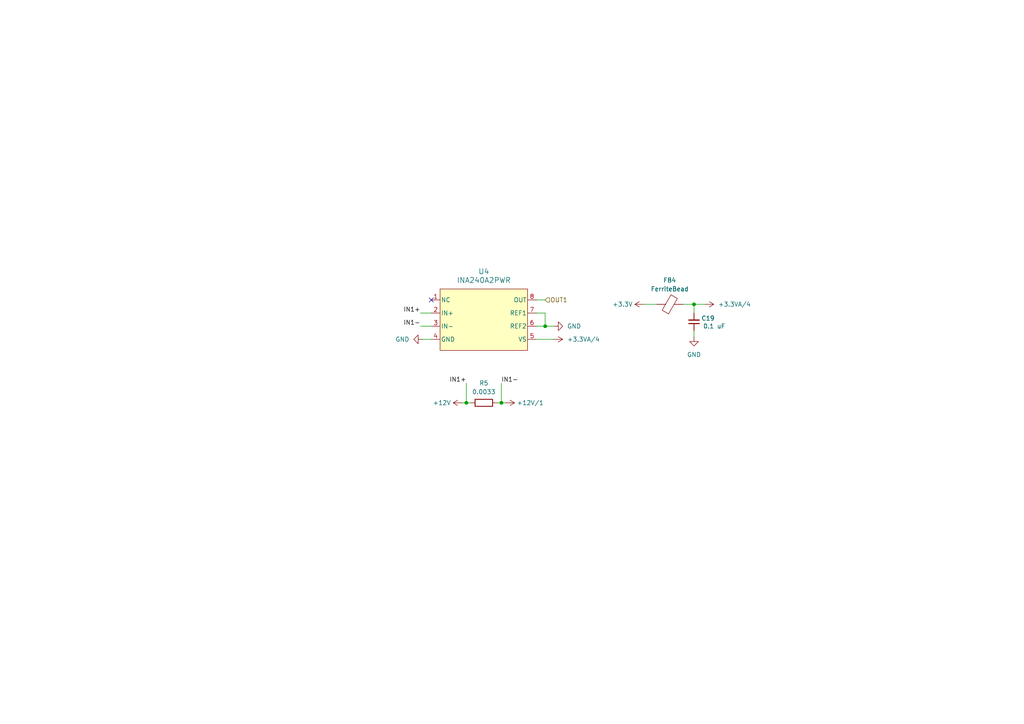
<source format=kicad_sch>
(kicad_sch (version 20231120) (generator "eeschema") (generator_version "8.0")
  (paper "A4")
  (lib_symbols
    (symbol "Device:C_Small" (pin_numbers hide) (pin_names (offset 0.254) hide)
      (property "Reference" "C" (at 0.254 1.778 0))
      (property "Value" "C_Small" (at 0.254 -2.032 0))
      (symbol "C_Small_0_1"
        (polyline (pts (xy -1.524 -0.508) (xy 1.524 -0.508)) (stroke (width 0.3302)))
        (polyline (pts (xy -1.524 0.508) (xy 1.524 0.508)) (stroke (width 0.3048)))
      )
      (symbol "C_Small_1_1"
        (pin passive line (at 0 2.54 270) (length 2.032) (name "~") (number "1"))
        (pin passive line (at 0 -2.54 90) (length 2.032) (name "~") (number "2"))
      )
    )
    (symbol "Device:FerriteBead" (pin_numbers hide) (pin_names (offset 0))
      (property "Reference" "FB" (at -3.81 0.635 90))
      (property "Value" "FerriteBead" (at 3.81 0 90))
      (symbol "FerriteBead_0_1"
        (polyline (pts (xy 0 -1.27) (xy 0 -1.2192)))
        (polyline (pts (xy 0 1.27) (xy 0 1.2954)))
        (polyline (pts (xy -2.7686 0.4064) (xy -1.7018 2.2606) (xy 2.7686 -0.3048) (xy 1.6764 -2.159) (xy -2.7686 0.4064)))
      )
      (symbol "FerriteBead_1_1"
        (pin passive line (at 0 3.81 270) (length 2.54) (name "~") (number "1"))
        (pin passive line (at 0 -3.81 90) (length 2.54) (name "~") (number "2"))
      )
    )
    (symbol "Device:R" (pin_numbers hide) (pin_names (offset 0))
      (property "Reference" "R" (at 2.032 0 90))
      (property "Value" "R" (at 0 0 90))
      (symbol "R_0_1"
        (rectangle (start -1.016 -2.54) (end 1.016 2.54) (stroke (width 0.254)))
      )
      (symbol "R_1_1"
        (pin passive line (at 0 3.81 270) (length 1.27) (name "~") (number "1"))
        (pin passive line (at 0 -3.81 90) (length 1.27) (name "~") (number "2"))
      )
    )
    (symbol "INA240A2PWR:INA240A2PWR" (pin_names (offset 0.254))
      (property "Reference" "U" (at 20.32 10.16 0))
      (property "Value" "INA240A2PWR" (at 20.32 7.62 0))
      (symbol "INA240A2PWR_1_1"
        (rectangle (start 7.62 5.08) (end 33.02 -12.7) (fill (type background)))
        (pin unspecified line (at 5.08 1.905 0) (length 2.54) (name "NC") (number "1"))
        (pin input line (at 5.08 -1.905 0) (length 2.54) (name "IN+") (number "2"))
        (pin input line (at 5.08 -5.715 0) (length 2.54) (name "IN-") (number "3"))
        (pin power_in line (at 5.08 -9.525 0) (length 2.54) (name "GND") (number "4"))
        (pin power_in line (at 35.56 -9.525 180) (length 2.54) (name "VS") (number "5"))
        (pin input line (at 35.56 -5.715 180) (length 2.54) (name "REF2") (number "6"))
        (pin input line (at 35.56 -1.905 180) (length 2.54) (name "REF1") (number "7"))
        (pin output line (at 35.56 1.905 180) (length 2.54) (name "OUT") (number "8"))
      )
    )
    (symbol "power:+12V" (power) (pin_numbers hide) (pin_names (offset 0) hide)
      (property "Value" "+12V" (at 0 3.556 0))
      (symbol "+12V_0_1"
        (polyline (pts (xy -0.762 1.27) (xy 0 2.54)))
        (polyline (pts (xy 0 0) (xy 0 2.54)))
        (polyline (pts (xy 0 2.54) (xy 0.762 1.27)))
      )
      (symbol "+12V_1_1"
        (pin power_in line (at 0 0 90) (length 0) (name "~") (number "1"))
      )
    )
    (symbol "power:+3.3V" (power) (pin_numbers hide) (pin_names (offset 0) hide)
      (property "Value" "+3.3V" (at 0 3.556 0))
      (symbol "+3.3V_0_1"
        (polyline (pts (xy -0.762 1.27) (xy 0 2.54)))
        (polyline (pts (xy 0 0) (xy 0 2.54)))
        (polyline (pts (xy 0 2.54) (xy 0.762 1.27)))
      )
      (symbol "+3.3V_1_1"
        (pin power_in line (at 0 0 90) (length 0) (name "~") (number "1"))
      )
    )
    (symbol "power:+48V" (power) (pin_numbers hide) (pin_names (offset 0) hide)
      (property "Value" "+48V" (at 0 3.556 0))
      (symbol "+48V_0_1"
        (polyline (pts (xy -0.762 1.27) (xy 0 2.54)))
        (polyline (pts (xy 0 0) (xy 0 2.54)))
        (polyline (pts (xy 0 2.54) (xy 0.762 1.27)))
      )
      (symbol "+48V_1_1"
        (pin power_in line (at 0 0 90) (length 0) (name "~") (number "1"))
      )
    )
    (symbol "power:GND" (power) (pin_numbers hide) (pin_names (offset 0) hide)
      (property "Value" "GND" (at 0 -3.81 0))
      (symbol "GND_0_1"
        (polyline (pts (xy 0 0) (xy 0 -1.27) (xy 1.27 -1.27) (xy 0 -2.54) (xy -1.27 -1.27) (xy 0 -1.27)))
      )
      (symbol "GND_1_1"
        (pin power_in line (at 0 0 270) (length 0) (name "~") (number "1"))
      )
    )
  )
  (junction (at 158.115 94.615))
  (junction (at 135.255 116.84))
  (junction (at 201.295 88.265))
  (junction (at 145.415 116.84))
  (no_connect (at 125.095 86.995))
  (wire (pts (xy 201.295 95.885) (xy 201.295 97.79)))
  (wire (pts (xy 158.115 90.805) (xy 158.115 94.615)))
  (wire (pts (xy 155.575 90.805) (xy 158.115 90.805)))
  (wire (pts (xy 122.555 98.425) (xy 125.095 98.425)))
  (wire (pts (xy 201.295 88.265) (xy 204.47 88.265)))
  (wire (pts (xy 144.145 116.84) (xy 145.415 116.84)))
  (wire (pts (xy 158.115 94.615) (xy 160.655 94.615)))
  (wire (pts (xy 121.92 90.805) (xy 125.095 90.805)))
  (wire (pts (xy 145.415 111.125) (xy 145.415 116.84)))
  (wire (pts (xy 155.575 94.615) (xy 158.115 94.615)))
  (wire (pts (xy 155.575 98.425) (xy 160.655 98.425)))
  (wire (pts (xy 135.255 116.84) (xy 136.525 116.84)))
  (wire (pts (xy 145.415 116.84) (xy 146.685 116.84)))
  (wire (pts (xy 201.295 90.805) (xy 201.295 88.265)))
  (wire (pts (xy 135.255 111.125) (xy 135.255 116.84)))
  (wire (pts (xy 121.92 94.615) (xy 125.095 94.615)))
  (wire (pts (xy 186.69 88.265) (xy 190.5 88.265)))
  (wire (pts (xy 201.295 88.265) (xy 198.12 88.265)))
  (wire (pts (xy 133.985 116.84) (xy 135.255 116.84)))
  (wire (pts (xy 155.575 86.995) (xy 158.115 86.995)))
  (label "IN1-" (at 145.415 111.125 0))
  (label "IN1+" (at 135.255 111.125 180))
  (label "IN1-" (at 121.92 94.615 180))
  (label "IN1+" (at 121.92 90.805 180))
  (hierarchical_label "OUT1" (shape input) (at 158.115 86.995 0))
  (symbol (lib_id "Device:C_Small") (at 201.295 93.345 180) (unit 1)
    (property "Reference" "C19" (at 205.359 92.329 0))
    (property "Value" "0.1 uF" (at 207.137 94.615 0))
    (property "Footprint" "0805 Ceramic Capacitor:CAPC2012X140N" (effects (hide yes)))
    (property "Datasheet" "https://content.kemet.com/datasheets/KEM_C1023_X7R_AUTO_SMD.pdf" (effects (hide yes)))
    (property "Description" "0.1 uF 0805 Ceramic Capacitor - Automotive, Bypass, Decoupling" (effects (hide yes)))
    (property "Mfr." "KEMET" (effects (hide yes)))
    (property "Part #" "C0805C104J5RACAUTO" (effects (hide yes)))
    (property "Price" "$0.109" (effects (hide yes)))
    (property "Order Link" "https://www.digikey.com/en/products/detail/kemet/C0805C104J5RACAUTO/3314919" (effects (hide yes)))
  )
  (symbol (lib_id "power:GND") (at 201.295 97.79 0) (unit 1)
    (property "Reference" "#PWR057" (effects (hide yes)))
    (property "Value" "GND" (at 201.295 102.87 0))
    (property "Description" "Power symbol creates a global label with name \"GND\" , ground" (effects (hide yes)))
  )
  (symbol (lib_id "power:+12V") (at 146.685 116.84 270) (unit 1)
    (property "Reference" "#PWR014" (effects (hide yes)))
    (property "Value" "+12V/1" (at 153.797 116.84 90))
    (property "Description" "Power symbol creates a global label with name \"+12V\"" (effects (hide yes)))
  )
  (symbol (lib_id "power:GND") (at 160.655 94.615 90) (unit 1)
    (property "Reference" "#PWR061" (effects (hide yes)))
    (property "Value" "GND" (at 164.465 94.6149 90) (effects (justify right)))
    (property "Description" "Power symbol creates a global label with name \"GND\" , ground" (effects (hide yes)))
  )
  (symbol (lib_id "power:+48V") (at 133.985 116.84 90) (unit 1)
    (property "Reference" "#PWR013" (effects (hide yes)))
    (property "Value" "+12V" (at 130.81 116.8399 90) (effects (justify left)))
    (property "Description" "Power symbol creates a global label with name \"+48V\"" (effects (hide yes)))
  )
  (symbol (lib_id "Device:FerriteBead") (at 194.31 88.265 90) (unit 1)
    (property "Reference" "FB4" (at 194.2592 81.28 90))
    (property "Value" "FerriteBead" (at 194.2592 83.82 90))
    (property "Footprint" "MPZ2012S102ATD25:BEADC2012X105N" (effects (hide yes)))
    (property "Datasheet" "https://product.tdk.com/en/system/files/dam/doc/product/emc/emc/beads/catalog/beads_automotive_power_mpz2012_en.pdf" (effects (hide yes)))
    (property "Description" "FERRITE BEAD 1 KOHM 0805 1LN" (effects (hide yes)))
    (property "Mfr." "TDK Corporation" (effects (hide yes)))
    (property "Part #" "MPZ2012S102ATD25" (effects (hide yes)))
    (property "Price" "$0.084" (effects (hide yes)))
    (property "Order Link" "https://www.digikey.com/en/products/detail/tdk-corporation/MPZ2012S102ATD25/5040327" (effects (hide yes)))
  )
  (symbol (lib_id "power:+3.3V") (at 186.69 88.265 90) (unit 1)
    (property "Reference" "#PWR056" (effects (hide yes)))
    (property "Value" "+3.3V" (at 183.515 88.2649 90) (effects (justify left)))
    (property "Description" "Power symbol creates a global label with name \"+3.3V\"" (effects (hide yes)))
  )
  (symbol (lib_id "power:GND") (at 122.555 98.425 270) (unit 1)
    (property "Reference" "#PWR055" (effects (hide yes)))
    (property "Value" "GND" (at 118.745 98.4249 90) (effects (justify right)))
    (property "Description" "Power symbol creates a global label with name \"GND\" , ground" (effects (hide yes)))
  )
  (symbol (lib_id "INA240A2PWR:INA240A2PWR") (at 120.015 88.9 0) (unit 1)
    (property "Reference" "U4" (at 140.335 78.74 0) (effects (font (size 1.524 1.524))))
    (property "Value" "INA240A2PWR" (at 140.335 81.28 0) (effects (font (size 1.524 1.524))))
    (property "Footprint" "INA240A2PWR:PW0008A_M" (effects (hide yes)))
    (property "Datasheet" "https://www.ti.com/lit/gpn/ina240" (effects (hide yes)))
    (property "Description" "IC CURR SENSE 1 CIRCUIT 8TSSOP" (effects (hide yes)))
    (property "Mfr." "Texas Instruments" (effects (hide yes)))
    (property "Part #" "INA240A2PWR" (effects (hide yes)))
    (property "Price" "$2.426" (effects (hide yes)))
    (property "Order Link" "https://www.digikey.com/en/products/detail/texas-instruments/INA240A2PWR/6562018" (effects (hide yes)))
  )
  (symbol (lib_id "Device:R") (at 140.335 116.84 90) (unit 1)
    (property "Reference" "R5" (at 140.335 111.125 90))
    (property "Value" "0.0033" (at 140.335 113.665 90))
    (property "Footprint" "WSLP25123L300DEA:RES_VISHAY_WSLP2512_A_VIS" (effects (hide yes)))
    (property "Datasheet" "https://www.vishay.com/docs/30122/wslp.pdf" (effects (hide yes)))
    (property "Description" "RES 0.0033 OHM 0.5% 3W 2512" (effects (hide yes)))
    (property "Mfr." "Vishay Dale" (effects (hide yes)))
    (property "Part #" "WSLP25123L300DEA" (effects (hide yes)))
    (property "Price" "$2.767" (effects (hide yes)))
    (property "Order Link" "https://www.digikey.com/en/products/detail/vishay-dale/WSLP25123L300DEA/9755540" (effects (hide yes)))
  )
  (symbol (lib_id "power:+3.3V") (at 160.655 98.425 270) (unit 1)
    (property "Reference" "#PWR062" (effects (hide yes)))
    (property "Value" "+3.3VA/4" (at 164.465 98.4249 90) (effects (justify left)))
    (property "Description" "Power symbol creates a global label with name \"+3.3V\"" (effects (hide yes)))
  )
  (symbol (lib_id "power:+3.3V") (at 204.47 88.265 270) (unit 1)
    (property "Reference" "#PWR036" (effects (hide yes)))
    (property "Value" "+3.3VA/4" (at 208.28 88.2649 90) (effects (justify left)))
    (property "Description" "Power symbol creates a global label with name \"+3.3V\"" (effects (hide yes)))
  )
)
</source>
